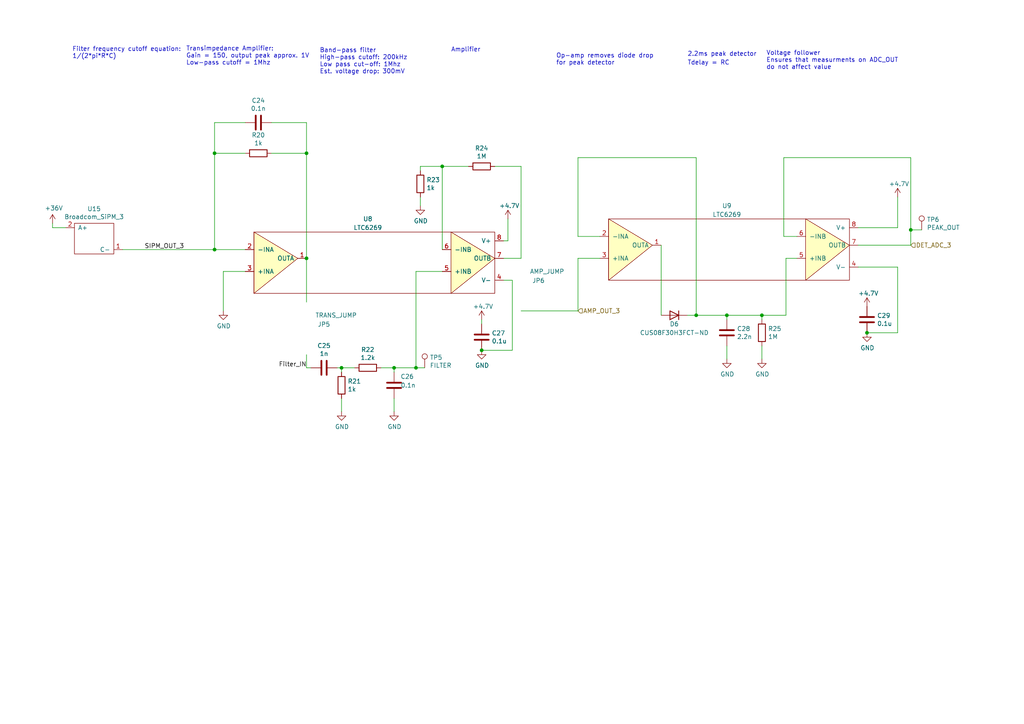
<source format=kicad_sch>
(kicad_sch (version 20211123) (generator eeschema)
  (paper "A4")
  (lib_symbols
    (symbol "Connector:TestPoint" (pin_numbers hide) (pin_names (offset 0.762) hide)
      (property "Reference" "TP" (at 0 6.858 0))
      (property "Value" "TestPoint" (at 0 5.08 0))
      (symbol "TestPoint_0_1"
        (circle (center 0 3.302) (radius 0.762))
      )
      (symbol "TestPoint_1_1"
        (pin passive line (at 0 0 90) (length 2.54) (name "1") (number "1"))
      )
    )
    (symbol "Device:C" (pin_numbers hide) (pin_names (offset 0.254))
      (property "Reference" "C" (at 0.635 2.54 0))
      (property "Value" "C" (at 0.635 -2.54 0))
      (symbol "C_0_1"
        (polyline (pts (xy -2.032 -0.762) (xy 2.032 -0.762)) (stroke (width 0.508)))
        (polyline (pts (xy -2.032 0.762) (xy 2.032 0.762)) (stroke (width 0.508)))
      )
      (symbol "C_1_1"
        (pin passive line (at 0 3.81 270) (length 2.794) (name "~") (number "1"))
        (pin passive line (at 0 -3.81 90) (length 2.794) (name "~") (number "2"))
      )
    )
    (symbol "Device:D" (pin_numbers hide) (pin_names (offset 1.016) hide)
      (property "Reference" "D" (at 0 2.54 0))
      (property "Value" "D" (at 0 -2.54 0))
      (symbol "D_0_1"
        (polyline (pts (xy -1.27 1.27) (xy -1.27 -1.27)) (stroke (width 0.254)))
        (polyline (pts (xy 1.27 0) (xy -1.27 0)))
        (polyline (pts (xy 1.27 1.27) (xy 1.27 -1.27) (xy -1.27 0) (xy 1.27 1.27)) (stroke (width 0.254)))
      )
      (symbol "D_1_1"
        (pin passive line (at -3.81 0 0) (length 2.54) (name "K") (number "1"))
        (pin passive line (at 3.81 0 180) (length 2.54) (name "A") (number "2"))
      )
    )
    (symbol "Device:R" (pin_numbers hide) (pin_names (offset 0))
      (property "Reference" "R" (at 2.032 0 90))
      (property "Value" "R" (at 0 0 90))
      (symbol "R_0_1"
        (rectangle (start -1.016 -2.54) (end 1.016 2.54) (stroke (width 0.254)))
      )
      (symbol "R_1_1"
        (pin passive line (at 0 3.81 270) (length 1.27) (name "~") (number "1"))
        (pin passive line (at 0 -3.81 90) (length 1.27) (name "~") (number "2"))
      )
    )
    (symbol "payload2020_custom:+4.7V" (power) (pin_names (offset 0))
      (property "Value" "+4.7V" (at 0 3.556 0))
      (symbol "+4.7V_0_1"
        (polyline (pts (xy -0.762 1.27) (xy 0 2.54)))
        (polyline (pts (xy 0 0) (xy 0 2.54)))
        (polyline (pts (xy 0 2.54) (xy 0.762 1.27)))
      )
      (symbol "+4.7V_1_1"
        (pin power_in line (at 0 0 270) (length 0) hide (name "+4.7V") (number "1"))
      )
    )
    (symbol "payload2020_custom:Broadcom_sipm" (pin_names (offset 1.016))
      (property "Reference" "U" (at 0 7.62 0))
      (property "Value" "Broadcom_sipm" (at 0 -7.62 0))
      (symbol "Broadcom_sipm_0_1"
        (rectangle (start -5.08 2.54) (end 6.35 -6.35))
      )
      (symbol "Broadcom_sipm_1_1"
        (pin input line (at -7.62 1.27 0) (length 2.54) (name "C-") (number "1"))
        (pin input line (at 8.89 -5.08 180) (length 2.54) (name "A+") (number "2"))
      )
    )
    (symbol "payload2020_custom:LTC6269" (pin_names (offset 1.016))
      (property "Reference" "U" (at 5.08 -17.78 0))
      (property "Value" "LTC6269" (at 5.08 -15.24 0))
      (symbol "LTC6269_0_1"
        (rectangle (start -15.24 -20.32) (end 54.61 -38.1))
        (polyline (pts (xy -15.24 -22.86) (xy -15.24 -35.56) (xy -15.24 -38.1) (xy -2.54 -27.94) (xy -15.24 -20.32) (xy -15.24 -22.86) (xy -15.24 -24.13) (xy -15.24 -22.86)) (fill (type background)))
      )
      (symbol "LTC6269_1_1"
        (polyline (pts (xy 41.91 -22.86) (xy 41.91 -35.56) (xy 41.91 -38.1) (xy 54.61 -27.94) (xy 41.91 -20.32) (xy 41.91 -22.86) (xy 41.91 -24.13) (xy 41.91 -22.86)) (fill (type background)))
        (pin input line (at 0 -27.94 180) (length 2.54) (name "OUTA") (number "1"))
        (pin input line (at -17.78 -25.4 0) (length 2.54) (name "-INA") (number "2"))
        (pin input line (at -17.78 -31.75 0) (length 2.54) (name "+INA") (number "3"))
        (pin input line (at 57.15 -34.29 180) (length 2.54) (name "V-") (number "4"))
        (pin input line (at 39.37 -31.75 0) (length 2.54) (name "+INB") (number "5"))
        (pin input line (at 39.37 -25.4 0) (length 2.54) (name "-INB") (number "6"))
        (pin input line (at 57.15 -27.94 180) (length 2.54) (name "OUTB") (number "7"))
        (pin input line (at 57.15 -22.86 180) (length 2.54) (name "V+") (number "8"))
      )
    )
    (symbol "power:+36V" (power) (pin_names (offset 0))
      (property "Value" "+36V" (at 0 3.556 0))
      (symbol "+36V_0_1"
        (polyline (pts (xy -0.762 1.27) (xy 0 2.54)))
        (polyline (pts (xy 0 0) (xy 0 2.54)))
        (polyline (pts (xy 0 2.54) (xy 0.762 1.27)))
      )
      (symbol "+36V_1_1"
        (pin power_in line (at 0 0 90) (length 0) hide (name "+36V") (number "1"))
      )
    )
    (symbol "power:GND" (power) (pin_names (offset 0))
      (property "Value" "GND" (at 0 -3.81 0))
      (symbol "GND_0_1"
        (polyline (pts (xy 0 0) (xy 0 -1.27) (xy 1.27 -1.27) (xy 0 -2.54) (xy -1.27 -1.27) (xy 0 -1.27)))
      )
      (symbol "GND_1_1"
        (pin power_in line (at 0 0 270) (length 0) hide (name "GND") (number "1"))
      )
    )
  )
  (junction (at 139.7 101.6))
  (junction (at 220.98 91.44))
  (junction (at 88.9 74.93))
  (junction (at 62.23 72.39))
  (junction (at 251.46 96.52))
  (junction (at 120.65 106.68))
  (junction (at 99.06 106.68))
  (junction (at 210.82 91.44))
  (junction (at 114.3 106.68))
  (junction (at 201.93 91.44))
  (junction (at 88.9 44.45))
  (junction (at 264.16 66.675))
  (junction (at 62.23 44.45))
  (junction (at 128.27 48.26))
  (wire (pts (xy 121.92 48.26) (xy 121.92 49.53)))
  (wire (pts (xy 260.35 66.04) (xy 260.35 57.15)))
  (wire (pts (xy 151.13 48.26) (xy 151.13 74.93)))
  (wire (pts (xy 110.49 106.68) (xy 114.3 106.68)))
  (wire (pts (xy 148.59 81.28) (xy 146.05 81.28)))
  (wire (pts (xy 114.3 115.57) (xy 114.3 119.38)))
  (wire (pts (xy 264.16 45.72) (xy 264.16 66.675)))
  (wire (pts (xy 62.23 72.39) (xy 71.12 72.39)))
  (wire (pts (xy 264.16 66.675) (xy 264.16 71.12)))
  (wire (pts (xy 62.23 44.45) (xy 71.12 44.45)))
  (wire (pts (xy 260.35 77.47) (xy 260.35 96.52)))
  (wire (pts (xy 64.77 78.74) (xy 64.77 90.17)))
  (wire (pts (xy 227.33 45.72) (xy 264.16 45.72)))
  (wire (pts (xy 151.13 74.93) (xy 146.05 74.93)))
  (wire (pts (xy 264.16 71.12) (xy 248.92 71.12)))
  (wire (pts (xy 210.82 91.44) (xy 220.98 91.44)))
  (wire (pts (xy 251.46 96.52) (xy 260.35 96.52)))
  (wire (pts (xy 88.9 102.87) (xy 88.9 106.68)))
  (wire (pts (xy 173.99 68.58) (xy 167.64 68.58)))
  (wire (pts (xy 35.56 72.39) (xy 62.23 72.39)))
  (wire (pts (xy 143.51 48.26) (xy 151.13 48.26)))
  (wire (pts (xy 78.74 35.56) (xy 88.9 35.56)))
  (wire (pts (xy 88.9 35.56) (xy 88.9 44.45)))
  (wire (pts (xy 231.14 68.58) (xy 227.33 68.58)))
  (wire (pts (xy 15.24 64.77) (xy 15.24 66.04)))
  (wire (pts (xy 151.13 90.17) (xy 167.64 90.17)))
  (wire (pts (xy 227.33 68.58) (xy 227.33 45.72)))
  (wire (pts (xy 88.9 87.63) (xy 88.9 74.93)))
  (wire (pts (xy 210.82 91.44) (xy 210.82 92.71)))
  (wire (pts (xy 167.64 68.58) (xy 167.64 45.72)))
  (wire (pts (xy 120.65 78.74) (xy 120.65 106.68)))
  (wire (pts (xy 128.27 48.26) (xy 135.89 48.26)))
  (wire (pts (xy 120.65 78.74) (xy 128.27 78.74)))
  (wire (pts (xy 220.98 100.33) (xy 220.98 104.14)))
  (wire (pts (xy 128.27 48.26) (xy 121.92 48.26)))
  (wire (pts (xy 99.06 107.95) (xy 99.06 106.68)))
  (wire (pts (xy 62.23 35.56) (xy 71.12 35.56)))
  (wire (pts (xy 267.335 66.675) (xy 264.16 66.675)))
  (wire (pts (xy 201.93 91.44) (xy 210.82 91.44)))
  (wire (pts (xy 62.23 35.56) (xy 62.23 44.45)))
  (wire (pts (xy 248.92 77.47) (xy 260.35 77.47)))
  (wire (pts (xy 71.12 78.74) (xy 64.77 78.74)))
  (wire (pts (xy 220.98 92.71) (xy 220.98 91.44)))
  (wire (pts (xy 210.82 104.14) (xy 210.82 100.33)))
  (wire (pts (xy 99.06 115.57) (xy 99.06 119.38)))
  (wire (pts (xy 88.9 44.45) (xy 88.9 74.93)))
  (wire (pts (xy 248.92 66.04) (xy 260.35 66.04)))
  (wire (pts (xy 167.64 45.72) (xy 201.93 45.72)))
  (wire (pts (xy 97.79 106.68) (xy 99.06 106.68)))
  (wire (pts (xy 201.93 45.72) (xy 201.93 91.44)))
  (wire (pts (xy 167.64 90.17) (xy 167.64 74.93)))
  (wire (pts (xy 15.24 66.04) (xy 19.05 66.04)))
  (wire (pts (xy 114.3 106.68) (xy 120.65 106.68)))
  (wire (pts (xy 62.23 44.45) (xy 62.23 72.39)))
  (wire (pts (xy 167.64 74.93) (xy 173.99 74.93)))
  (wire (pts (xy 199.39 91.44) (xy 201.93 91.44)))
  (wire (pts (xy 146.05 69.85) (xy 147.32 69.85)))
  (wire (pts (xy 139.7 93.98) (xy 139.7 92.71)))
  (wire (pts (xy 88.9 106.68) (xy 90.17 106.68)))
  (wire (pts (xy 128.27 48.26) (xy 128.27 72.39)))
  (wire (pts (xy 78.74 44.45) (xy 88.9 44.45)))
  (wire (pts (xy 99.06 106.68) (xy 102.87 106.68)))
  (wire (pts (xy 139.7 101.6) (xy 148.59 101.6)))
  (wire (pts (xy 231.14 74.93) (xy 227.965 74.93)))
  (wire (pts (xy 147.32 69.85) (xy 147.32 63.5)))
  (wire (pts (xy 121.92 57.15) (xy 121.92 59.69)))
  (wire (pts (xy 114.3 107.95) (xy 114.3 106.68)))
  (wire (pts (xy 148.59 101.6) (xy 148.59 81.28)))
  (wire (pts (xy 220.98 91.44) (xy 227.965 91.44)))
  (wire (pts (xy 120.65 106.68) (xy 123.19 106.68)))
  (wire (pts (xy 227.965 91.44) (xy 227.965 74.93)))
  (wire (pts (xy 191.77 71.12) (xy 191.77 91.44)))
  (text "Amplifier" (at 130.81 15.24 0) (effects (font (size 1.27 1.27)) (justify left bottom)))
  (text "Filter frequency cutoff equation:\n1/(2*pi*R*C)" (at 20.955 17.145 0) (effects (font (size 1.27 1.27)) (justify left bottom)))
  (text "Voltage follower\nEnsures that measurments on ADC_OUT \ndo not affect value" (at 222.25 20.32 0) (effects (font (size 1.27 1.27)) (justify left bottom)))
  (text "Op-amp removes diode drop\nfor peak detector" (at 161.29 19.05 0) (effects (font (size 1.27 1.27)) (justify left bottom)))
  (text "2.2ms peak detector" (at 199.39 16.51 0) (effects (font (size 1.27 1.27)) (justify left bottom)))
  (text "Tdelay = RC" (at 199.39 19.05 0) (effects (font (size 1.27 1.27)) (justify left bottom)))
  (text "Transimpedance Amplifier:\nGain = 150, output peak approx. 1V\nLow-pass cutoff = 1Mhz\n" (at 53.975 19.05 0) (effects (font (size 1.27 1.27)) (justify left bottom)))
  (text "Band-pass filter\nHigh-pass cutoff: 200kHz\nLow pass cut-off: 1Mhz\nEst. voltage drop: 300mV" (at 92.71 21.59 0) (effects (font (size 1.27 1.27)) (justify left bottom)))
  (label "Filter_IN" (at 88.9 106.68 180))
  (label "SIPM_OUT_3" (at 41.91 72.39 0))
  (hierarchical_label "DET_ADC_3" (shape input) (at 264.16 71.12 0))
  (hierarchical_label "AMP_OUT_3" (shape input) (at 167.64 90.17 0))
  (symbol (lib_id "Device:C") (at 74.93 35.56 270) (unit 1)
    (property "Reference" "C24" (at 74.93 29.1592 90))
    (property "Value" "0.1n" (at 74.93 31.4706 90))
    (property "Footprint" "Capacitor_SMD:C_0805_2012Metric_Pad1.15x1.40mm_HandSolder" (effects hide))
  )
  (symbol (lib_id "Device:C") (at 93.98 106.68 270) (unit 1)
    (property "Reference" "C25" (at 93.98 100.2792 90))
    (property "Value" "1n" (at 93.98 102.5906 90))
    (property "Footprint" "Capacitor_SMD:C_0805_2012Metric_Pad1.15x1.40mm_HandSolder" (effects hide))
  )
  (symbol (lib_id "Device:C") (at 114.3 111.76 180) (unit 1)
    (property "Reference" "C26" (at 118.11 109.22 0))
    (property "Value" "0.1n" (at 118.3894 111.76 0))
    (property "Footprint" "Capacitor_SMD:C_0805_2012Metric_Pad1.15x1.40mm_HandSolder" (effects hide))
  )
  (symbol (lib_id "Connector:TestPoint") (at 123.19 106.68 0) (unit 1)
    (property "Reference" "TP5" (at 124.6632 103.6828 0) (effects (justify left)))
    (property "Value" "FILTER" (at 124.6632 105.9942 0) (effects (justify left)))
    (property "Footprint" "Connector_PinHeader_2.54mm:PinHeader_1x01_P2.54mm_Vertical" (effects hide))
  )
  (symbol (lib_id "power:GND") (at 139.7 101.6 0) (unit 1)
    (property "Reference" "#PWR041" (effects hide))
    (property "Value" "GND" (at 139.827 105.9942 0))
  )
  (symbol (lib_id "Device:Jumper") (at 151.13 82.55 270) (unit 1)
    (property "Reference" "JP6" (at 154.3558 81.3816 90) (effects (justify left)))
    (property "Value" "AMP_JUMP" (at 153.67 78.74 90) (effects (justify left)))
    (property "Footprint" "Connector_PinHeader_2.54mm:PinHeader_1x02_P2.54mm_Vertical" (effects hide))
  )
  (symbol (lib_id "payload2020_custom:+4.7V") (at 139.7 92.71 0) (unit 1)
    (property "Reference" "#U012" (effects hide))
    (property "Value" "+4.7V" (at 137.16 88.9 0) (effects (justify left)))
  )
  (symbol (lib_id "payload2020_custom:+4.7V") (at 260.35 57.15 0) (unit 1)
    (property "Reference" "#U015" (effects hide))
    (property "Value" "+4.7V" (at 257.81 53.34 0) (effects (justify left)))
  )
  (symbol (lib_id "power:GND") (at 64.77 90.17 0) (unit 1)
    (property "Reference" "#PWR037" (effects hide))
    (property "Value" "GND" (at 64.897 94.5642 0))
  )
  (symbol (lib_id "power:GND") (at 99.06 119.38 0) (unit 1)
    (property "Reference" "#PWR038" (effects hide))
    (property "Value" "GND" (at 99.187 123.7742 0))
  )
  (symbol (lib_id "Device:C") (at 210.82 96.52 0) (unit 1)
    (property "Reference" "C28" (at 213.741 95.3516 0) (effects (justify left)))
    (property "Value" "2.2n" (at 213.741 97.663 0) (effects (justify left)))
    (property "Footprint" "Capacitor_SMD:C_0805_2012Metric_Pad1.15x1.40mm_HandSolder" (effects hide))
  )
  (symbol (lib_id "power:GND") (at 121.92 59.69 0) (unit 1)
    (property "Reference" "#PWR040" (effects hide))
    (property "Value" "GND" (at 122.047 64.0842 0))
  )
  (symbol (lib_id "Device:R") (at 106.68 106.68 270) (unit 1)
    (property "Reference" "R22" (at 106.68 101.4222 90))
    (property "Value" "1.2k" (at 106.68 103.7336 90))
    (property "Footprint" "Resistor_SMD:R_0805_2012Metric_Pad1.15x1.40mm_HandSolder" (effects hide))
  )
  (symbol (lib_id "Device:C") (at 139.7 97.79 0) (unit 1)
    (property "Reference" "C27" (at 142.621 96.6216 0) (effects (justify left)))
    (property "Value" "0.1u" (at 142.621 98.933 0) (effects (justify left)))
    (property "Footprint" "Capacitor_SMD:C_0805_2012Metric_Pad1.15x1.40mm_HandSolder" (effects hide))
  )
  (symbol (lib_id "Device:C") (at 251.46 92.71 0) (unit 1)
    (property "Reference" "C29" (at 254.381 91.5416 0) (effects (justify left)))
    (property "Value" "0.1u" (at 254.381 93.853 0) (effects (justify left)))
    (property "Footprint" "Capacitor_SMD:C_0805_2012Metric_Pad1.15x1.40mm_HandSolder" (effects hide))
  )
  (symbol (lib_id "power:GND") (at 251.46 96.52 0) (unit 1)
    (property "Reference" "#PWR044" (effects hide))
    (property "Value" "GND" (at 251.587 100.9142 0))
  )
  (symbol (lib_id "payload2020_custom:+4.7V") (at 147.32 63.5 0) (unit 1)
    (property "Reference" "#U013" (effects hide))
    (property "Value" "+4.7V" (at 144.78 59.69 0) (effects (justify left)))
  )
  (symbol (lib_id "payload2020_custom:LTC6269") (at 88.9 46.99 0) (unit 1)
    (property "Reference" "U8" (at 106.68 63.5 0))
    (property "Value" "LTC6269" (at 106.68 66.04 0))
    (property "Footprint" "Package_SO:MSOP-8_3x3mm_P0.65mm" (effects hide))
  )
  (symbol (lib_id "payload2020_custom:LTC6269") (at 191.77 43.18 0) (unit 1)
    (property "Reference" "U9" (at 210.82 59.69 0))
    (property "Value" "LTC6269" (at 210.82 62.23 0))
    (property "Footprint" "Package_SO:MSOP-8_3x3mm_P0.65mm" (effects hide))
  )
  (symbol (lib_id "power:GND") (at 210.82 104.14 0) (unit 1)
    (property "Reference" "#PWR042" (effects hide))
    (property "Value" "GND" (at 210.947 108.5342 0))
  )
  (symbol (lib_id "Device:R") (at 74.93 44.45 270) (unit 1)
    (property "Reference" "R20" (at 74.93 39.1922 90))
    (property "Value" "1k" (at 74.93 41.5036 90))
    (property "Footprint" "Resistor_SMD:R_0805_2012Metric_Pad1.15x1.40mm_HandSolder" (effects hide))
  )
  (symbol (lib_id "Device:R") (at 99.06 111.76 0) (unit 1)
    (property "Reference" "R21" (at 100.838 110.5916 0) (effects (justify left)))
    (property "Value" "1k" (at 100.838 112.903 0) (effects (justify left)))
    (property "Footprint" "Resistor_SMD:R_0805_2012Metric_Pad1.15x1.40mm_HandSolder" (effects hide))
  )
  (symbol (lib_id "Device:R") (at 139.7 48.26 270) (unit 1)
    (property "Reference" "R24" (at 139.7 43.0022 90))
    (property "Value" "1M" (at 139.7 45.3136 90))
    (property "Footprint" "Resistor_SMD:R_0805_2012Metric_Pad1.15x1.40mm_HandSolder" (effects hide))
  )
  (symbol (lib_id "Device:R") (at 121.92 53.34 0) (unit 1)
    (property "Reference" "R23" (at 123.698 52.1716 0) (effects (justify left)))
    (property "Value" "1k" (at 123.698 54.483 0) (effects (justify left)))
    (property "Footprint" "Resistor_SMD:R_0805_2012Metric_Pad1.15x1.40mm_HandSolder" (effects hide))
  )
  (symbol (lib_id "power:GND") (at 220.98 104.14 0) (unit 1)
    (property "Reference" "#PWR043" (effects hide))
    (property "Value" "GND" (at 221.107 108.5342 0))
  )
  (symbol (lib_id "power:GND") (at 114.3 119.38 0) (unit 1)
    (property "Reference" "#PWR039" (effects hide))
    (property "Value" "GND" (at 114.427 123.7742 0))
  )
  (symbol (lib_id "Device:D") (at 195.58 91.44 180) (unit 1)
    (property "Reference" "D6" (at 195.58 93.98 0))
    (property "Value" "CUS08F30H3FCT-ND" (at 195.58 96.52 0))
    (property "Footprint" "Diode_SMD:D_SOD-323_HandSoldering" (effects hide))
  )
  (symbol (lib_id "Connector:TestPoint") (at 267.335 66.675 0) (unit 1)
    (property "Reference" "TP6" (at 268.8082 63.6778 0) (effects (justify left)))
    (property "Value" "PEAK_OUT" (at 268.8082 65.9892 0) (effects (justify left)))
    (property "Footprint" "Connector_PinHeader_2.54mm:PinHeader_1x01_P2.54mm_Vertical" (effects hide))
  )
  (symbol (lib_id "Device:Jumper") (at 88.9 95.25 270) (unit 1)
    (property "Reference" "JP5" (at 92.1258 94.0816 90) (effects (justify left)))
    (property "Value" "TRANS_JUMP" (at 91.44 91.44 90) (effects (justify left)))
    (property "Footprint" "Connector_PinHeader_2.54mm:PinHeader_1x02_P2.54mm_Vertical" (effects hide))
  )
  (symbol (lib_id "payload2020_custom:+4.7V") (at 251.46 88.9 0) (unit 1)
    (property "Reference" "#U014" (effects hide))
    (property "Value" "+4.7V" (at 248.92 85.09 0) (effects (justify left)))
  )
  (symbol (lib_id "Device:R") (at 220.98 96.52 0) (unit 1)
    (property "Reference" "R25" (at 222.758 95.3516 0) (effects (justify left)))
    (property "Value" "1M" (at 222.758 97.663 0) (effects (justify left)))
    (property "Footprint" "Resistor_SMD:R_0805_2012Metric_Pad1.15x1.40mm_HandSolder" (effects hide))
  )
  (symbol (lib_id "power:+36V") (at 15.24 64.77 0) (unit 1)
    (property "Reference" "#PWR0107" (effects hide))
    (property "Value" "+36V" (at 15.621 60.3758 0))
  )
  (symbol (lib_id "payload2020_custom:Broadcom_sipm") (at 27.94 71.12 180) (unit 1)
    (property "Reference" "U15" (at 27.305 60.579 0))
    (property "Value" "Broadcom_SiPM_3" (at 27.305 62.8904 0))
    (property "Footprint" "Payload2020_custom:BROADCOM_SiPM" (effects hide))
    (property "Datasheet" "https://docs.broadcom.com/doc/AFBR-S4N66C013-DS" (effects hide))
  )
)
</source>
